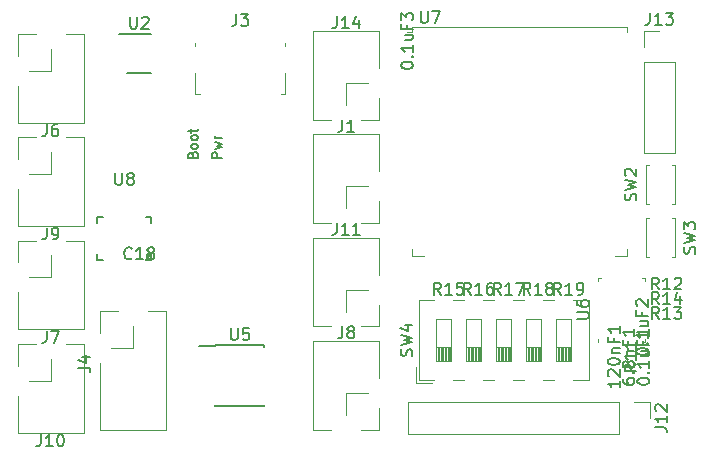
<source format=gbr>
G04 #@! TF.GenerationSoftware,KiCad,Pcbnew,5.1.0-060a0da~80~ubuntu18.04.1*
G04 #@! TF.CreationDate,2019-06-10T00:34:36+02:00*
G04 #@! TF.ProjectId,TinyFPGA-BX,54696e79-4650-4474-912d-42582e6b6963,rev?*
G04 #@! TF.SameCoordinates,Original*
G04 #@! TF.FileFunction,Legend,Top*
G04 #@! TF.FilePolarity,Positive*
%FSLAX46Y46*%
G04 Gerber Fmt 4.6, Leading zero omitted, Abs format (unit mm)*
G04 Created by KiCad (PCBNEW 5.1.0-060a0da~80~ubuntu18.04.1) date 2019-06-10 00:34:36*
%MOMM*%
%LPD*%
G04 APERTURE LIST*
%ADD10C,0.200000*%
%ADD11C,0.120000*%
%ADD12C,0.150000*%
G04 APERTURE END LIST*
D10*
X149586904Y-105788023D02*
X148786904Y-105788023D01*
X148786904Y-105483261D01*
X148825000Y-105407071D01*
X148863095Y-105368976D01*
X148939285Y-105330880D01*
X149053571Y-105330880D01*
X149129761Y-105368976D01*
X149167857Y-105407071D01*
X149205952Y-105483261D01*
X149205952Y-105788023D01*
X149053571Y-105064214D02*
X149586904Y-104911833D01*
X149205952Y-104759452D01*
X149586904Y-104607071D01*
X149053571Y-104454690D01*
X149586904Y-104149928D02*
X149053571Y-104149928D01*
X149205952Y-104149928D02*
X149129761Y-104111833D01*
X149091666Y-104073738D01*
X149053571Y-103997547D01*
X149053571Y-103921357D01*
X147135857Y-105521357D02*
X147173952Y-105407071D01*
X147212047Y-105368976D01*
X147288238Y-105330880D01*
X147402523Y-105330880D01*
X147478714Y-105368976D01*
X147516809Y-105407071D01*
X147554904Y-105483261D01*
X147554904Y-105788023D01*
X146754904Y-105788023D01*
X146754904Y-105521357D01*
X146793000Y-105445166D01*
X146831095Y-105407071D01*
X146907285Y-105368976D01*
X146983476Y-105368976D01*
X147059666Y-105407071D01*
X147097761Y-105445166D01*
X147135857Y-105521357D01*
X147135857Y-105788023D01*
X147554904Y-104873738D02*
X147516809Y-104949928D01*
X147478714Y-104988023D01*
X147402523Y-105026119D01*
X147173952Y-105026119D01*
X147097761Y-104988023D01*
X147059666Y-104949928D01*
X147021571Y-104873738D01*
X147021571Y-104759452D01*
X147059666Y-104683261D01*
X147097761Y-104645166D01*
X147173952Y-104607071D01*
X147402523Y-104607071D01*
X147478714Y-104645166D01*
X147516809Y-104683261D01*
X147554904Y-104759452D01*
X147554904Y-104873738D01*
X147554904Y-104149928D02*
X147516809Y-104226119D01*
X147478714Y-104264214D01*
X147402523Y-104302309D01*
X147173952Y-104302309D01*
X147097761Y-104264214D01*
X147059666Y-104226119D01*
X147021571Y-104149928D01*
X147021571Y-104035642D01*
X147059666Y-103959452D01*
X147097761Y-103921357D01*
X147173952Y-103883261D01*
X147402523Y-103883261D01*
X147478714Y-103921357D01*
X147516809Y-103959452D01*
X147554904Y-104035642D01*
X147554904Y-104149928D01*
X147021571Y-103654690D02*
X147021571Y-103349928D01*
X146754904Y-103540404D02*
X147440619Y-103540404D01*
X147516809Y-103502309D01*
X147554904Y-103426119D01*
X147554904Y-103349928D01*
D11*
X162930000Y-120064000D02*
X161400000Y-120064000D01*
X162930000Y-118219000D02*
X162930000Y-120064000D01*
X160130000Y-116949000D02*
X162000000Y-116949000D01*
X160130000Y-118819000D02*
X160130000Y-116949000D01*
X158860000Y-120064000D02*
X157330000Y-120064000D01*
X157330000Y-120064000D02*
X157330000Y-112564000D01*
X162930000Y-112564000D02*
X157330000Y-112564000D01*
X162930000Y-115679000D02*
X162930000Y-112564000D01*
X147360000Y-100414000D02*
X147740000Y-100414000D01*
X147360000Y-96364000D02*
X147360000Y-96104000D01*
X147360000Y-100414000D02*
X147360000Y-98644000D01*
X154980000Y-100414000D02*
X154600000Y-100414000D01*
X154980000Y-98644000D02*
X154980000Y-100414000D01*
X154980000Y-96104000D02*
X154980000Y-96364000D01*
D12*
X149061000Y-121683100D02*
X149061000Y-121733100D01*
X153211000Y-121683100D02*
X153211000Y-121828100D01*
X153211000Y-126833100D02*
X153211000Y-126688100D01*
X149061000Y-126833100D02*
X149061000Y-126688100D01*
X149061000Y-121683100D02*
X153211000Y-121683100D01*
X149061000Y-126833100D02*
X153211000Y-126833100D01*
X149061000Y-121733100D02*
X147661000Y-121733100D01*
D11*
X165393000Y-126484000D02*
X165393000Y-129144000D01*
X183233000Y-126484000D02*
X165393000Y-126484000D01*
X183233000Y-129144000D02*
X165393000Y-129144000D01*
X183233000Y-126484000D02*
X183233000Y-129144000D01*
X184503000Y-126484000D02*
X185833000Y-126484000D01*
X185833000Y-126484000D02*
X185833000Y-127814000D01*
X185336000Y-105351000D02*
X187996000Y-105351000D01*
X185336000Y-97671000D02*
X185336000Y-105351000D01*
X187996000Y-97671000D02*
X187996000Y-105351000D01*
X185336000Y-97671000D02*
X187996000Y-97671000D01*
X185336000Y-96401000D02*
X185336000Y-95071000D01*
X185336000Y-95071000D02*
X186666000Y-95071000D01*
X185553000Y-106414000D02*
X185753000Y-106414000D01*
X185553000Y-109714000D02*
X185553000Y-106414000D01*
X185753000Y-109714000D02*
X185553000Y-109714000D01*
X187953000Y-106414000D02*
X187753000Y-106414000D01*
X187953000Y-109714000D02*
X187953000Y-106414000D01*
X187753000Y-109714000D02*
X187953000Y-109714000D01*
X185753000Y-110914000D02*
X185553000Y-110914000D01*
X185553000Y-110914000D02*
X185553000Y-114214000D01*
X185553000Y-114214000D02*
X185753000Y-114214000D01*
X187753000Y-110914000D02*
X187953000Y-110914000D01*
X187953000Y-110914000D02*
X187953000Y-114214000D01*
X187953000Y-114214000D02*
X187753000Y-114214000D01*
X166296000Y-124631000D02*
X166296000Y-117811000D01*
X180677000Y-124631000D02*
X180677000Y-117811000D01*
X166296000Y-124631000D02*
X167606000Y-124631000D01*
X169206000Y-124631000D02*
X170146000Y-124631000D01*
X171746000Y-124631000D02*
X172686000Y-124631000D01*
X174286000Y-124631000D02*
X175226000Y-124631000D01*
X176826000Y-124631000D02*
X177766000Y-124631000D01*
X179366000Y-124631000D02*
X180677000Y-124631000D01*
X179366000Y-117811000D02*
X180677000Y-117811000D01*
X176826000Y-117811000D02*
X177766000Y-117811000D01*
X174286000Y-117811000D02*
X175226000Y-117811000D01*
X171746000Y-117811000D02*
X172686000Y-117811000D01*
X166296000Y-117811000D02*
X167606000Y-117811000D01*
X169206000Y-117811000D02*
X170146000Y-117811000D01*
X166056000Y-124871000D02*
X166056000Y-123488000D01*
X166056000Y-124871000D02*
X167439000Y-124871000D01*
X167771000Y-123031000D02*
X169041000Y-123031000D01*
X169041000Y-123031000D02*
X169041000Y-119411000D01*
X169041000Y-119411000D02*
X167771000Y-119411000D01*
X167771000Y-119411000D02*
X167771000Y-123031000D01*
X167891000Y-123031000D02*
X167891000Y-121824333D01*
X168011000Y-123031000D02*
X168011000Y-121824333D01*
X168131000Y-123031000D02*
X168131000Y-121824333D01*
X168251000Y-123031000D02*
X168251000Y-121824333D01*
X168371000Y-123031000D02*
X168371000Y-121824333D01*
X168491000Y-123031000D02*
X168491000Y-121824333D01*
X168611000Y-123031000D02*
X168611000Y-121824333D01*
X168731000Y-123031000D02*
X168731000Y-121824333D01*
X168851000Y-123031000D02*
X168851000Y-121824333D01*
X168971000Y-123031000D02*
X168971000Y-121824333D01*
X167771000Y-121824333D02*
X169041000Y-121824333D01*
X170311000Y-123031000D02*
X171581000Y-123031000D01*
X171581000Y-123031000D02*
X171581000Y-119411000D01*
X171581000Y-119411000D02*
X170311000Y-119411000D01*
X170311000Y-119411000D02*
X170311000Y-123031000D01*
X170431000Y-123031000D02*
X170431000Y-121824333D01*
X170551000Y-123031000D02*
X170551000Y-121824333D01*
X170671000Y-123031000D02*
X170671000Y-121824333D01*
X170791000Y-123031000D02*
X170791000Y-121824333D01*
X170911000Y-123031000D02*
X170911000Y-121824333D01*
X171031000Y-123031000D02*
X171031000Y-121824333D01*
X171151000Y-123031000D02*
X171151000Y-121824333D01*
X171271000Y-123031000D02*
X171271000Y-121824333D01*
X171391000Y-123031000D02*
X171391000Y-121824333D01*
X171511000Y-123031000D02*
X171511000Y-121824333D01*
X170311000Y-121824333D02*
X171581000Y-121824333D01*
X172851000Y-123031000D02*
X174121000Y-123031000D01*
X174121000Y-123031000D02*
X174121000Y-119411000D01*
X174121000Y-119411000D02*
X172851000Y-119411000D01*
X172851000Y-119411000D02*
X172851000Y-123031000D01*
X172971000Y-123031000D02*
X172971000Y-121824333D01*
X173091000Y-123031000D02*
X173091000Y-121824333D01*
X173211000Y-123031000D02*
X173211000Y-121824333D01*
X173331000Y-123031000D02*
X173331000Y-121824333D01*
X173451000Y-123031000D02*
X173451000Y-121824333D01*
X173571000Y-123031000D02*
X173571000Y-121824333D01*
X173691000Y-123031000D02*
X173691000Y-121824333D01*
X173811000Y-123031000D02*
X173811000Y-121824333D01*
X173931000Y-123031000D02*
X173931000Y-121824333D01*
X174051000Y-123031000D02*
X174051000Y-121824333D01*
X172851000Y-121824333D02*
X174121000Y-121824333D01*
X175391000Y-123031000D02*
X176661000Y-123031000D01*
X176661000Y-123031000D02*
X176661000Y-119411000D01*
X176661000Y-119411000D02*
X175391000Y-119411000D01*
X175391000Y-119411000D02*
X175391000Y-123031000D01*
X175511000Y-123031000D02*
X175511000Y-121824333D01*
X175631000Y-123031000D02*
X175631000Y-121824333D01*
X175751000Y-123031000D02*
X175751000Y-121824333D01*
X175871000Y-123031000D02*
X175871000Y-121824333D01*
X175991000Y-123031000D02*
X175991000Y-121824333D01*
X176111000Y-123031000D02*
X176111000Y-121824333D01*
X176231000Y-123031000D02*
X176231000Y-121824333D01*
X176351000Y-123031000D02*
X176351000Y-121824333D01*
X176471000Y-123031000D02*
X176471000Y-121824333D01*
X176591000Y-123031000D02*
X176591000Y-121824333D01*
X175391000Y-121824333D02*
X176661000Y-121824333D01*
X177931000Y-123031000D02*
X179201000Y-123031000D01*
X179201000Y-123031000D02*
X179201000Y-119411000D01*
X179201000Y-119411000D02*
X177931000Y-119411000D01*
X177931000Y-119411000D02*
X177931000Y-123031000D01*
X178051000Y-123031000D02*
X178051000Y-121824333D01*
X178171000Y-123031000D02*
X178171000Y-121824333D01*
X178291000Y-123031000D02*
X178291000Y-121824333D01*
X178411000Y-123031000D02*
X178411000Y-121824333D01*
X178531000Y-123031000D02*
X178531000Y-121824333D01*
X178651000Y-123031000D02*
X178651000Y-121824333D01*
X178771000Y-123031000D02*
X178771000Y-121824333D01*
X178891000Y-123031000D02*
X178891000Y-121824333D01*
X179011000Y-123031000D02*
X179011000Y-121824333D01*
X179131000Y-123031000D02*
X179131000Y-121824333D01*
X177931000Y-121824333D02*
X179201000Y-121824333D01*
D12*
X141585000Y-98624000D02*
X143635000Y-98624000D01*
X140880000Y-95324000D02*
X143635000Y-95324000D01*
D11*
X181456000Y-115941000D02*
X181716000Y-115941000D01*
X181456000Y-115941000D02*
X181456000Y-116201000D01*
X185476000Y-115941000D02*
X185216000Y-115941000D01*
X185476000Y-115941000D02*
X185476000Y-116201000D01*
X181456000Y-121361000D02*
X181456000Y-121101000D01*
X185476000Y-121361000D02*
X185216000Y-121361000D01*
X185476000Y-121361000D02*
X185476000Y-121101000D01*
X132328000Y-99699000D02*
X132328000Y-102814000D01*
X132328000Y-102814000D02*
X137928000Y-102814000D01*
X137928000Y-95314000D02*
X137928000Y-102814000D01*
X136398000Y-95314000D02*
X137928000Y-95314000D01*
X135128000Y-96559000D02*
X135128000Y-98429000D01*
X135128000Y-98429000D02*
X133258000Y-98429000D01*
X132328000Y-97159000D02*
X132328000Y-95314000D01*
X132328000Y-95314000D02*
X133858000Y-95314000D01*
X132330000Y-117199000D02*
X132330000Y-120314000D01*
X132330000Y-120314000D02*
X137930000Y-120314000D01*
X137930000Y-112814000D02*
X137930000Y-120314000D01*
X136400000Y-112814000D02*
X137930000Y-112814000D01*
X135130000Y-114059000D02*
X135130000Y-115929000D01*
X135130000Y-115929000D02*
X133260000Y-115929000D01*
X132330000Y-114659000D02*
X132330000Y-112814000D01*
X132330000Y-112814000D02*
X133860000Y-112814000D01*
X162930000Y-124429000D02*
X162930000Y-121314000D01*
X162930000Y-121314000D02*
X157330000Y-121314000D01*
X157330000Y-128814000D02*
X157330000Y-121314000D01*
X158860000Y-128814000D02*
X157330000Y-128814000D01*
X160130000Y-127569000D02*
X160130000Y-125699000D01*
X160130000Y-125699000D02*
X162000000Y-125699000D01*
X162930000Y-126969000D02*
X162930000Y-128814000D01*
X162930000Y-128814000D02*
X161400000Y-128814000D01*
X132330000Y-104064000D02*
X133860000Y-104064000D01*
X132330000Y-105909000D02*
X132330000Y-104064000D01*
X135130000Y-107179000D02*
X133260000Y-107179000D01*
X135130000Y-105309000D02*
X135130000Y-107179000D01*
X136400000Y-104064000D02*
X137930000Y-104064000D01*
X137930000Y-104064000D02*
X137930000Y-111564000D01*
X132330000Y-111564000D02*
X137930000Y-111564000D01*
X132330000Y-108449000D02*
X132330000Y-111564000D01*
X132330000Y-121564000D02*
X133860000Y-121564000D01*
X132330000Y-123409000D02*
X132330000Y-121564000D01*
X135130000Y-124679000D02*
X133260000Y-124679000D01*
X135130000Y-122809000D02*
X135130000Y-124679000D01*
X136400000Y-121564000D02*
X137930000Y-121564000D01*
X137930000Y-121564000D02*
X137930000Y-129064000D01*
X132330000Y-129064000D02*
X137930000Y-129064000D01*
X132330000Y-125949000D02*
X132330000Y-129064000D01*
X162930000Y-111314000D02*
X161400000Y-111314000D01*
X162930000Y-109469000D02*
X162930000Y-111314000D01*
X160130000Y-108199000D02*
X162000000Y-108199000D01*
X160130000Y-110069000D02*
X160130000Y-108199000D01*
X158860000Y-111314000D02*
X157330000Y-111314000D01*
X157330000Y-111314000D02*
X157330000Y-103814000D01*
X162930000Y-103814000D02*
X157330000Y-103814000D01*
X162930000Y-106929000D02*
X162930000Y-103814000D01*
X162930000Y-98179000D02*
X162930000Y-95064000D01*
X162930000Y-95064000D02*
X157330000Y-95064000D01*
X157330000Y-102564000D02*
X157330000Y-95064000D01*
X158860000Y-102564000D02*
X157330000Y-102564000D01*
X160130000Y-101319000D02*
X160130000Y-99449000D01*
X160130000Y-99449000D02*
X162000000Y-99449000D01*
X162930000Y-100719000D02*
X162930000Y-102564000D01*
X162930000Y-102564000D02*
X161400000Y-102564000D01*
X165686000Y-113531000D02*
X165686000Y-114151000D01*
X165686000Y-114151000D02*
X166686000Y-114151000D01*
X183926000Y-113531000D02*
X183926000Y-114151000D01*
X183926000Y-114151000D02*
X182926000Y-114151000D01*
X165686000Y-94711000D02*
X183926000Y-94711000D01*
X183926000Y-94711000D02*
X183926000Y-95131000D01*
X165686000Y-94711000D02*
X165686000Y-95131000D01*
X165686000Y-95131000D02*
X165306000Y-95131000D01*
X139313000Y-123190000D02*
X139313000Y-128875000D01*
X139313000Y-128875000D02*
X144913000Y-128875000D01*
X144913000Y-118775000D02*
X144913000Y-128875000D01*
X143383000Y-118775000D02*
X144913000Y-118775000D01*
X142113000Y-120050000D02*
X142113000Y-121920000D01*
X142113000Y-121920000D02*
X140243000Y-121920000D01*
X139313000Y-120650000D02*
X139313000Y-118775000D01*
X139313000Y-118775000D02*
X140843000Y-118775000D01*
D12*
X143651000Y-114449000D02*
X143151000Y-114449000D01*
X143651000Y-113949000D02*
X143651000Y-114449000D01*
X139051000Y-114449000D02*
X139551000Y-114449000D01*
X139051000Y-114449000D02*
X139051000Y-113949000D01*
X139051000Y-110849000D02*
X139051000Y-111349000D01*
X139051000Y-110849000D02*
X139551000Y-110849000D01*
X143651000Y-110849000D02*
X143151000Y-110849000D01*
X143651000Y-110849000D02*
X143651000Y-111349000D01*
X143651000Y-113949000D02*
X143151000Y-114449000D01*
X159340476Y-111321380D02*
X159340476Y-112035666D01*
X159292857Y-112178523D01*
X159197619Y-112273761D01*
X159054761Y-112321380D01*
X158959523Y-112321380D01*
X160340476Y-112321380D02*
X159769047Y-112321380D01*
X160054761Y-112321380D02*
X160054761Y-111321380D01*
X159959523Y-111464238D01*
X159864285Y-111559476D01*
X159769047Y-111607095D01*
X161292857Y-112321380D02*
X160721428Y-112321380D01*
X161007142Y-112321380D02*
X161007142Y-111321380D01*
X160911904Y-111464238D01*
X160816666Y-111559476D01*
X160721428Y-111607095D01*
X150836666Y-93606380D02*
X150836666Y-94320666D01*
X150789047Y-94463523D01*
X150693809Y-94558761D01*
X150550952Y-94606380D01*
X150455714Y-94606380D01*
X151217619Y-93606380D02*
X151836666Y-93606380D01*
X151503333Y-93987333D01*
X151646190Y-93987333D01*
X151741428Y-94034952D01*
X151789047Y-94082571D01*
X151836666Y-94177809D01*
X151836666Y-94415904D01*
X151789047Y-94511142D01*
X151741428Y-94558761D01*
X151646190Y-94606380D01*
X151360476Y-94606380D01*
X151265238Y-94558761D01*
X151217619Y-94511142D01*
X150374095Y-120210480D02*
X150374095Y-121020004D01*
X150421714Y-121115242D01*
X150469333Y-121162861D01*
X150564571Y-121210480D01*
X150755047Y-121210480D01*
X150850285Y-121162861D01*
X150897904Y-121115242D01*
X150945523Y-121020004D01*
X150945523Y-120210480D01*
X151897904Y-120210480D02*
X151421714Y-120210480D01*
X151374095Y-120686671D01*
X151421714Y-120639052D01*
X151516952Y-120591433D01*
X151755047Y-120591433D01*
X151850285Y-120639052D01*
X151897904Y-120686671D01*
X151945523Y-120781909D01*
X151945523Y-121020004D01*
X151897904Y-121115242D01*
X151850285Y-121162861D01*
X151755047Y-121210480D01*
X151516952Y-121210480D01*
X151421714Y-121162861D01*
X151374095Y-121115242D01*
X184798380Y-124760047D02*
X184798380Y-124664809D01*
X184846000Y-124569571D01*
X184893619Y-124521952D01*
X184988857Y-124474333D01*
X185179333Y-124426714D01*
X185417428Y-124426714D01*
X185607904Y-124474333D01*
X185703142Y-124521952D01*
X185750761Y-124569571D01*
X185798380Y-124664809D01*
X185798380Y-124760047D01*
X185750761Y-124855285D01*
X185703142Y-124902904D01*
X185607904Y-124950523D01*
X185417428Y-124998142D01*
X185179333Y-124998142D01*
X184988857Y-124950523D01*
X184893619Y-124902904D01*
X184846000Y-124855285D01*
X184798380Y-124760047D01*
X185703142Y-123998142D02*
X185750761Y-123950523D01*
X185798380Y-123998142D01*
X185750761Y-124045761D01*
X185703142Y-123998142D01*
X185798380Y-123998142D01*
X185798380Y-122998142D02*
X185798380Y-123569571D01*
X185798380Y-123283857D02*
X184798380Y-123283857D01*
X184941238Y-123379095D01*
X185036476Y-123474333D01*
X185084095Y-123569571D01*
X185131714Y-122141000D02*
X185798380Y-122141000D01*
X185131714Y-122569571D02*
X185655523Y-122569571D01*
X185750761Y-122521952D01*
X185798380Y-122426714D01*
X185798380Y-122283857D01*
X185750761Y-122188619D01*
X185703142Y-122141000D01*
X185274571Y-121331476D02*
X185274571Y-121664809D01*
X185798380Y-121664809D02*
X184798380Y-121664809D01*
X184798380Y-121188619D01*
X185798380Y-120283857D02*
X185798380Y-120855285D01*
X185798380Y-120569571D02*
X184798380Y-120569571D01*
X184941238Y-120664809D01*
X185036476Y-120760047D01*
X185084095Y-120855285D01*
X184708380Y-122245047D02*
X184708380Y-122149809D01*
X184756000Y-122054571D01*
X184803619Y-122006952D01*
X184898857Y-121959333D01*
X185089333Y-121911714D01*
X185327428Y-121911714D01*
X185517904Y-121959333D01*
X185613142Y-122006952D01*
X185660761Y-122054571D01*
X185708380Y-122149809D01*
X185708380Y-122245047D01*
X185660761Y-122340285D01*
X185613142Y-122387904D01*
X185517904Y-122435523D01*
X185327428Y-122483142D01*
X185089333Y-122483142D01*
X184898857Y-122435523D01*
X184803619Y-122387904D01*
X184756000Y-122340285D01*
X184708380Y-122245047D01*
X185613142Y-121483142D02*
X185660761Y-121435523D01*
X185708380Y-121483142D01*
X185660761Y-121530761D01*
X185613142Y-121483142D01*
X185708380Y-121483142D01*
X185708380Y-120483142D02*
X185708380Y-121054571D01*
X185708380Y-120768857D02*
X184708380Y-120768857D01*
X184851238Y-120864095D01*
X184946476Y-120959333D01*
X184994095Y-121054571D01*
X185041714Y-119626000D02*
X185708380Y-119626000D01*
X185041714Y-120054571D02*
X185565523Y-120054571D01*
X185660761Y-120006952D01*
X185708380Y-119911714D01*
X185708380Y-119768857D01*
X185660761Y-119673619D01*
X185613142Y-119626000D01*
X185184571Y-118816476D02*
X185184571Y-119149809D01*
X185708380Y-119149809D02*
X184708380Y-119149809D01*
X184708380Y-118673619D01*
X184803619Y-118340285D02*
X184756000Y-118292666D01*
X184708380Y-118197428D01*
X184708380Y-117959333D01*
X184756000Y-117864095D01*
X184803619Y-117816476D01*
X184898857Y-117768857D01*
X184994095Y-117768857D01*
X185136952Y-117816476D01*
X185708380Y-118387904D01*
X185708380Y-117768857D01*
X164798380Y-98010047D02*
X164798380Y-97914809D01*
X164846000Y-97819571D01*
X164893619Y-97771952D01*
X164988857Y-97724333D01*
X165179333Y-97676714D01*
X165417428Y-97676714D01*
X165607904Y-97724333D01*
X165703142Y-97771952D01*
X165750761Y-97819571D01*
X165798380Y-97914809D01*
X165798380Y-98010047D01*
X165750761Y-98105285D01*
X165703142Y-98152904D01*
X165607904Y-98200523D01*
X165417428Y-98248142D01*
X165179333Y-98248142D01*
X164988857Y-98200523D01*
X164893619Y-98152904D01*
X164846000Y-98105285D01*
X164798380Y-98010047D01*
X165703142Y-97248142D02*
X165750761Y-97200523D01*
X165798380Y-97248142D01*
X165750761Y-97295761D01*
X165703142Y-97248142D01*
X165798380Y-97248142D01*
X165798380Y-96248142D02*
X165798380Y-96819571D01*
X165798380Y-96533857D02*
X164798380Y-96533857D01*
X164941238Y-96629095D01*
X165036476Y-96724333D01*
X165084095Y-96819571D01*
X165131714Y-95391000D02*
X165798380Y-95391000D01*
X165131714Y-95819571D02*
X165655523Y-95819571D01*
X165750761Y-95771952D01*
X165798380Y-95676714D01*
X165798380Y-95533857D01*
X165750761Y-95438619D01*
X165703142Y-95391000D01*
X165274571Y-94581476D02*
X165274571Y-94914809D01*
X165798380Y-94914809D02*
X164798380Y-94914809D01*
X164798380Y-94438619D01*
X164798380Y-94152904D02*
X164798380Y-93533857D01*
X165179333Y-93867190D01*
X165179333Y-93724333D01*
X165226952Y-93629095D01*
X165274571Y-93581476D01*
X165369809Y-93533857D01*
X165607904Y-93533857D01*
X165703142Y-93581476D01*
X165750761Y-93629095D01*
X165798380Y-93724333D01*
X165798380Y-94010047D01*
X165750761Y-94105285D01*
X165703142Y-94152904D01*
X183298380Y-124664809D02*
X183298380Y-125236238D01*
X183298380Y-124950523D02*
X182298380Y-124950523D01*
X182441238Y-125045761D01*
X182536476Y-125141000D01*
X182584095Y-125236238D01*
X182393619Y-124283857D02*
X182346000Y-124236238D01*
X182298380Y-124141000D01*
X182298380Y-123902904D01*
X182346000Y-123807666D01*
X182393619Y-123760047D01*
X182488857Y-123712428D01*
X182584095Y-123712428D01*
X182726952Y-123760047D01*
X183298380Y-124331476D01*
X183298380Y-123712428D01*
X182298380Y-123093380D02*
X182298380Y-122998142D01*
X182346000Y-122902904D01*
X182393619Y-122855285D01*
X182488857Y-122807666D01*
X182679333Y-122760047D01*
X182917428Y-122760047D01*
X183107904Y-122807666D01*
X183203142Y-122855285D01*
X183250761Y-122902904D01*
X183298380Y-122998142D01*
X183298380Y-123093380D01*
X183250761Y-123188619D01*
X183203142Y-123236238D01*
X183107904Y-123283857D01*
X182917428Y-123331476D01*
X182679333Y-123331476D01*
X182488857Y-123283857D01*
X182393619Y-123236238D01*
X182346000Y-123188619D01*
X182298380Y-123093380D01*
X182631714Y-122331476D02*
X183298380Y-122331476D01*
X182726952Y-122331476D02*
X182679333Y-122283857D01*
X182631714Y-122188619D01*
X182631714Y-122045761D01*
X182679333Y-121950523D01*
X182774571Y-121902904D01*
X183298380Y-121902904D01*
X182774571Y-121093380D02*
X182774571Y-121426714D01*
X183298380Y-121426714D02*
X182298380Y-121426714D01*
X182298380Y-120950523D01*
X183298380Y-120045761D02*
X183298380Y-120617190D01*
X183298380Y-120331476D02*
X182298380Y-120331476D01*
X182441238Y-120426714D01*
X182536476Y-120521952D01*
X182584095Y-120617190D01*
X183548380Y-124521952D02*
X183548380Y-124712428D01*
X183596000Y-124807666D01*
X183643619Y-124855285D01*
X183786476Y-124950523D01*
X183976952Y-124998142D01*
X184357904Y-124998142D01*
X184453142Y-124950523D01*
X184500761Y-124902904D01*
X184548380Y-124807666D01*
X184548380Y-124617190D01*
X184500761Y-124521952D01*
X184453142Y-124474333D01*
X184357904Y-124426714D01*
X184119809Y-124426714D01*
X184024571Y-124474333D01*
X183976952Y-124521952D01*
X183929333Y-124617190D01*
X183929333Y-124807666D01*
X183976952Y-124902904D01*
X184024571Y-124950523D01*
X184119809Y-124998142D01*
X184453142Y-123998142D02*
X184500761Y-123950523D01*
X184548380Y-123998142D01*
X184500761Y-124045761D01*
X184453142Y-123998142D01*
X184548380Y-123998142D01*
X183976952Y-123379095D02*
X183929333Y-123474333D01*
X183881714Y-123521952D01*
X183786476Y-123569571D01*
X183738857Y-123569571D01*
X183643619Y-123521952D01*
X183596000Y-123474333D01*
X183548380Y-123379095D01*
X183548380Y-123188619D01*
X183596000Y-123093380D01*
X183643619Y-123045761D01*
X183738857Y-122998142D01*
X183786476Y-122998142D01*
X183881714Y-123045761D01*
X183929333Y-123093380D01*
X183976952Y-123188619D01*
X183976952Y-123379095D01*
X184024571Y-123474333D01*
X184072190Y-123521952D01*
X184167428Y-123569571D01*
X184357904Y-123569571D01*
X184453142Y-123521952D01*
X184500761Y-123474333D01*
X184548380Y-123379095D01*
X184548380Y-123188619D01*
X184500761Y-123093380D01*
X184453142Y-123045761D01*
X184357904Y-122998142D01*
X184167428Y-122998142D01*
X184072190Y-123045761D01*
X184024571Y-123093380D01*
X183976952Y-123188619D01*
X183881714Y-122569571D02*
X184548380Y-122569571D01*
X183976952Y-122569571D02*
X183929333Y-122521952D01*
X183881714Y-122426714D01*
X183881714Y-122283857D01*
X183929333Y-122188619D01*
X184024571Y-122141000D01*
X184548380Y-122141000D01*
X184024571Y-121331476D02*
X184024571Y-121664809D01*
X184548380Y-121664809D02*
X183548380Y-121664809D01*
X183548380Y-121188619D01*
X184548380Y-120283857D02*
X184548380Y-120855285D01*
X184548380Y-120569571D02*
X183548380Y-120569571D01*
X183691238Y-120664809D01*
X183786476Y-120760047D01*
X183834095Y-120855285D01*
X186285380Y-128623523D02*
X186999666Y-128623523D01*
X187142523Y-128671142D01*
X187237761Y-128766380D01*
X187285380Y-128909238D01*
X187285380Y-129004476D01*
X187285380Y-127623523D02*
X187285380Y-128194952D01*
X187285380Y-127909238D02*
X186285380Y-127909238D01*
X186428238Y-128004476D01*
X186523476Y-128099714D01*
X186571095Y-128194952D01*
X186380619Y-127242571D02*
X186333000Y-127194952D01*
X186285380Y-127099714D01*
X186285380Y-126861619D01*
X186333000Y-126766380D01*
X186380619Y-126718761D01*
X186475857Y-126671142D01*
X186571095Y-126671142D01*
X186713952Y-126718761D01*
X187285380Y-127290190D01*
X187285380Y-126671142D01*
X185856476Y-93523380D02*
X185856476Y-94237666D01*
X185808857Y-94380523D01*
X185713619Y-94475761D01*
X185570761Y-94523380D01*
X185475523Y-94523380D01*
X186856476Y-94523380D02*
X186285047Y-94523380D01*
X186570761Y-94523380D02*
X186570761Y-93523380D01*
X186475523Y-93666238D01*
X186380285Y-93761476D01*
X186285047Y-93809095D01*
X187189809Y-93523380D02*
X187808857Y-93523380D01*
X187475523Y-93904333D01*
X187618380Y-93904333D01*
X187713619Y-93951952D01*
X187761238Y-93999571D01*
X187808857Y-94094809D01*
X187808857Y-94332904D01*
X187761238Y-94428142D01*
X187713619Y-94475761D01*
X187618380Y-94523380D01*
X187332666Y-94523380D01*
X187237428Y-94475761D01*
X187189809Y-94428142D01*
X184708380Y-123283857D02*
X184232190Y-123617190D01*
X184708380Y-123855285D02*
X183708380Y-123855285D01*
X183708380Y-123474333D01*
X183756000Y-123379095D01*
X183803619Y-123331476D01*
X183898857Y-123283857D01*
X184041714Y-123283857D01*
X184136952Y-123331476D01*
X184184571Y-123379095D01*
X184232190Y-123474333D01*
X184232190Y-123855285D01*
X184708380Y-122331476D02*
X184708380Y-122902904D01*
X184708380Y-122617190D02*
X183708380Y-122617190D01*
X183851238Y-122712428D01*
X183946476Y-122807666D01*
X183994095Y-122902904D01*
X184708380Y-121379095D02*
X184708380Y-121950523D01*
X184708380Y-121664809D02*
X183708380Y-121664809D01*
X183851238Y-121760047D01*
X183946476Y-121855285D01*
X183994095Y-121950523D01*
X186610142Y-116936380D02*
X186276809Y-116460190D01*
X186038714Y-116936380D02*
X186038714Y-115936380D01*
X186419666Y-115936380D01*
X186514904Y-115984000D01*
X186562523Y-116031619D01*
X186610142Y-116126857D01*
X186610142Y-116269714D01*
X186562523Y-116364952D01*
X186514904Y-116412571D01*
X186419666Y-116460190D01*
X186038714Y-116460190D01*
X187562523Y-116936380D02*
X186991095Y-116936380D01*
X187276809Y-116936380D02*
X187276809Y-115936380D01*
X187181571Y-116079238D01*
X187086333Y-116174476D01*
X186991095Y-116222095D01*
X187943476Y-116031619D02*
X187991095Y-115984000D01*
X188086333Y-115936380D01*
X188324428Y-115936380D01*
X188419666Y-115984000D01*
X188467285Y-116031619D01*
X188514904Y-116126857D01*
X188514904Y-116222095D01*
X188467285Y-116364952D01*
X187895857Y-116936380D01*
X188514904Y-116936380D01*
X186610142Y-119436380D02*
X186276809Y-118960190D01*
X186038714Y-119436380D02*
X186038714Y-118436380D01*
X186419666Y-118436380D01*
X186514904Y-118484000D01*
X186562523Y-118531619D01*
X186610142Y-118626857D01*
X186610142Y-118769714D01*
X186562523Y-118864952D01*
X186514904Y-118912571D01*
X186419666Y-118960190D01*
X186038714Y-118960190D01*
X187562523Y-119436380D02*
X186991095Y-119436380D01*
X187276809Y-119436380D02*
X187276809Y-118436380D01*
X187181571Y-118579238D01*
X187086333Y-118674476D01*
X186991095Y-118722095D01*
X187895857Y-118436380D02*
X188514904Y-118436380D01*
X188181571Y-118817333D01*
X188324428Y-118817333D01*
X188419666Y-118864952D01*
X188467285Y-118912571D01*
X188514904Y-119007809D01*
X188514904Y-119245904D01*
X188467285Y-119341142D01*
X188419666Y-119388761D01*
X188324428Y-119436380D01*
X188038714Y-119436380D01*
X187943476Y-119388761D01*
X187895857Y-119341142D01*
X186610142Y-118186380D02*
X186276809Y-117710190D01*
X186038714Y-118186380D02*
X186038714Y-117186380D01*
X186419666Y-117186380D01*
X186514904Y-117234000D01*
X186562523Y-117281619D01*
X186610142Y-117376857D01*
X186610142Y-117519714D01*
X186562523Y-117614952D01*
X186514904Y-117662571D01*
X186419666Y-117710190D01*
X186038714Y-117710190D01*
X187562523Y-118186380D02*
X186991095Y-118186380D01*
X187276809Y-118186380D02*
X187276809Y-117186380D01*
X187181571Y-117329238D01*
X187086333Y-117424476D01*
X186991095Y-117472095D01*
X188419666Y-117519714D02*
X188419666Y-118186380D01*
X188181571Y-117138761D02*
X187943476Y-117853047D01*
X188562523Y-117853047D01*
X168153142Y-117373380D02*
X167819809Y-116897190D01*
X167581714Y-117373380D02*
X167581714Y-116373380D01*
X167962666Y-116373380D01*
X168057904Y-116421000D01*
X168105523Y-116468619D01*
X168153142Y-116563857D01*
X168153142Y-116706714D01*
X168105523Y-116801952D01*
X168057904Y-116849571D01*
X167962666Y-116897190D01*
X167581714Y-116897190D01*
X169105523Y-117373380D02*
X168534095Y-117373380D01*
X168819809Y-117373380D02*
X168819809Y-116373380D01*
X168724571Y-116516238D01*
X168629333Y-116611476D01*
X168534095Y-116659095D01*
X170010285Y-116373380D02*
X169534095Y-116373380D01*
X169486476Y-116849571D01*
X169534095Y-116801952D01*
X169629333Y-116754333D01*
X169867428Y-116754333D01*
X169962666Y-116801952D01*
X170010285Y-116849571D01*
X170057904Y-116944809D01*
X170057904Y-117182904D01*
X170010285Y-117278142D01*
X169962666Y-117325761D01*
X169867428Y-117373380D01*
X169629333Y-117373380D01*
X169534095Y-117325761D01*
X169486476Y-117278142D01*
X170693142Y-117373380D02*
X170359809Y-116897190D01*
X170121714Y-117373380D02*
X170121714Y-116373380D01*
X170502666Y-116373380D01*
X170597904Y-116421000D01*
X170645523Y-116468619D01*
X170693142Y-116563857D01*
X170693142Y-116706714D01*
X170645523Y-116801952D01*
X170597904Y-116849571D01*
X170502666Y-116897190D01*
X170121714Y-116897190D01*
X171645523Y-117373380D02*
X171074095Y-117373380D01*
X171359809Y-117373380D02*
X171359809Y-116373380D01*
X171264571Y-116516238D01*
X171169333Y-116611476D01*
X171074095Y-116659095D01*
X172502666Y-116373380D02*
X172312190Y-116373380D01*
X172216952Y-116421000D01*
X172169333Y-116468619D01*
X172074095Y-116611476D01*
X172026476Y-116801952D01*
X172026476Y-117182904D01*
X172074095Y-117278142D01*
X172121714Y-117325761D01*
X172216952Y-117373380D01*
X172407428Y-117373380D01*
X172502666Y-117325761D01*
X172550285Y-117278142D01*
X172597904Y-117182904D01*
X172597904Y-116944809D01*
X172550285Y-116849571D01*
X172502666Y-116801952D01*
X172407428Y-116754333D01*
X172216952Y-116754333D01*
X172121714Y-116801952D01*
X172074095Y-116849571D01*
X172026476Y-116944809D01*
X173223142Y-117373380D02*
X172889809Y-116897190D01*
X172651714Y-117373380D02*
X172651714Y-116373380D01*
X173032666Y-116373380D01*
X173127904Y-116421000D01*
X173175523Y-116468619D01*
X173223142Y-116563857D01*
X173223142Y-116706714D01*
X173175523Y-116801952D01*
X173127904Y-116849571D01*
X173032666Y-116897190D01*
X172651714Y-116897190D01*
X174175523Y-117373380D02*
X173604095Y-117373380D01*
X173889809Y-117373380D02*
X173889809Y-116373380D01*
X173794571Y-116516238D01*
X173699333Y-116611476D01*
X173604095Y-116659095D01*
X174508857Y-116373380D02*
X175175523Y-116373380D01*
X174746952Y-117373380D01*
X175743142Y-117383380D02*
X175409809Y-116907190D01*
X175171714Y-117383380D02*
X175171714Y-116383380D01*
X175552666Y-116383380D01*
X175647904Y-116431000D01*
X175695523Y-116478619D01*
X175743142Y-116573857D01*
X175743142Y-116716714D01*
X175695523Y-116811952D01*
X175647904Y-116859571D01*
X175552666Y-116907190D01*
X175171714Y-116907190D01*
X176695523Y-117383380D02*
X176124095Y-117383380D01*
X176409809Y-117383380D02*
X176409809Y-116383380D01*
X176314571Y-116526238D01*
X176219333Y-116621476D01*
X176124095Y-116669095D01*
X177266952Y-116811952D02*
X177171714Y-116764333D01*
X177124095Y-116716714D01*
X177076476Y-116621476D01*
X177076476Y-116573857D01*
X177124095Y-116478619D01*
X177171714Y-116431000D01*
X177266952Y-116383380D01*
X177457428Y-116383380D01*
X177552666Y-116431000D01*
X177600285Y-116478619D01*
X177647904Y-116573857D01*
X177647904Y-116621476D01*
X177600285Y-116716714D01*
X177552666Y-116764333D01*
X177457428Y-116811952D01*
X177266952Y-116811952D01*
X177171714Y-116859571D01*
X177124095Y-116907190D01*
X177076476Y-117002428D01*
X177076476Y-117192904D01*
X177124095Y-117288142D01*
X177171714Y-117335761D01*
X177266952Y-117383380D01*
X177457428Y-117383380D01*
X177552666Y-117335761D01*
X177600285Y-117288142D01*
X177647904Y-117192904D01*
X177647904Y-117002428D01*
X177600285Y-116907190D01*
X177552666Y-116859571D01*
X177457428Y-116811952D01*
X178313142Y-117383380D02*
X177979809Y-116907190D01*
X177741714Y-117383380D02*
X177741714Y-116383380D01*
X178122666Y-116383380D01*
X178217904Y-116431000D01*
X178265523Y-116478619D01*
X178313142Y-116573857D01*
X178313142Y-116716714D01*
X178265523Y-116811952D01*
X178217904Y-116859571D01*
X178122666Y-116907190D01*
X177741714Y-116907190D01*
X179265523Y-117383380D02*
X178694095Y-117383380D01*
X178979809Y-117383380D02*
X178979809Y-116383380D01*
X178884571Y-116526238D01*
X178789333Y-116621476D01*
X178694095Y-116669095D01*
X179741714Y-117383380D02*
X179932190Y-117383380D01*
X180027428Y-117335761D01*
X180075047Y-117288142D01*
X180170285Y-117145285D01*
X180217904Y-116954809D01*
X180217904Y-116573857D01*
X180170285Y-116478619D01*
X180122666Y-116431000D01*
X180027428Y-116383380D01*
X179836952Y-116383380D01*
X179741714Y-116431000D01*
X179694095Y-116478619D01*
X179646476Y-116573857D01*
X179646476Y-116811952D01*
X179694095Y-116907190D01*
X179741714Y-116954809D01*
X179836952Y-117002428D01*
X180027428Y-117002428D01*
X180122666Y-116954809D01*
X180170285Y-116907190D01*
X180217904Y-116811952D01*
X184657761Y-109397333D02*
X184705380Y-109254476D01*
X184705380Y-109016380D01*
X184657761Y-108921142D01*
X184610142Y-108873523D01*
X184514904Y-108825904D01*
X184419666Y-108825904D01*
X184324428Y-108873523D01*
X184276809Y-108921142D01*
X184229190Y-109016380D01*
X184181571Y-109206857D01*
X184133952Y-109302095D01*
X184086333Y-109349714D01*
X183991095Y-109397333D01*
X183895857Y-109397333D01*
X183800619Y-109349714D01*
X183753000Y-109302095D01*
X183705380Y-109206857D01*
X183705380Y-108968761D01*
X183753000Y-108825904D01*
X183705380Y-108492571D02*
X184705380Y-108254476D01*
X183991095Y-108064000D01*
X184705380Y-107873523D01*
X183705380Y-107635428D01*
X183800619Y-107302095D02*
X183753000Y-107254476D01*
X183705380Y-107159238D01*
X183705380Y-106921142D01*
X183753000Y-106825904D01*
X183800619Y-106778285D01*
X183895857Y-106730666D01*
X183991095Y-106730666D01*
X184133952Y-106778285D01*
X184705380Y-107349714D01*
X184705380Y-106730666D01*
X189657761Y-113897333D02*
X189705380Y-113754476D01*
X189705380Y-113516380D01*
X189657761Y-113421142D01*
X189610142Y-113373523D01*
X189514904Y-113325904D01*
X189419666Y-113325904D01*
X189324428Y-113373523D01*
X189276809Y-113421142D01*
X189229190Y-113516380D01*
X189181571Y-113706857D01*
X189133952Y-113802095D01*
X189086333Y-113849714D01*
X188991095Y-113897333D01*
X188895857Y-113897333D01*
X188800619Y-113849714D01*
X188753000Y-113802095D01*
X188705380Y-113706857D01*
X188705380Y-113468761D01*
X188753000Y-113325904D01*
X188705380Y-112992571D02*
X189705380Y-112754476D01*
X188991095Y-112564000D01*
X189705380Y-112373523D01*
X188705380Y-112135428D01*
X188705380Y-111849714D02*
X188705380Y-111230666D01*
X189086333Y-111564000D01*
X189086333Y-111421142D01*
X189133952Y-111325904D01*
X189181571Y-111278285D01*
X189276809Y-111230666D01*
X189514904Y-111230666D01*
X189610142Y-111278285D01*
X189657761Y-111325904D01*
X189705380Y-111421142D01*
X189705380Y-111706857D01*
X189657761Y-111802095D01*
X189610142Y-111849714D01*
X165700761Y-122554333D02*
X165748380Y-122411476D01*
X165748380Y-122173380D01*
X165700761Y-122078142D01*
X165653142Y-122030523D01*
X165557904Y-121982904D01*
X165462666Y-121982904D01*
X165367428Y-122030523D01*
X165319809Y-122078142D01*
X165272190Y-122173380D01*
X165224571Y-122363857D01*
X165176952Y-122459095D01*
X165129333Y-122506714D01*
X165034095Y-122554333D01*
X164938857Y-122554333D01*
X164843619Y-122506714D01*
X164796000Y-122459095D01*
X164748380Y-122363857D01*
X164748380Y-122125761D01*
X164796000Y-121982904D01*
X164748380Y-121649571D02*
X165748380Y-121411476D01*
X165034095Y-121221000D01*
X165748380Y-121030523D01*
X164748380Y-120792428D01*
X165081714Y-119982904D02*
X165748380Y-119982904D01*
X164700761Y-120221000D02*
X165415047Y-120459095D01*
X165415047Y-119840047D01*
X141848095Y-93851380D02*
X141848095Y-94660904D01*
X141895714Y-94756142D01*
X141943333Y-94803761D01*
X142038571Y-94851380D01*
X142229047Y-94851380D01*
X142324285Y-94803761D01*
X142371904Y-94756142D01*
X142419523Y-94660904D01*
X142419523Y-93851380D01*
X142848095Y-93946619D02*
X142895714Y-93899000D01*
X142990952Y-93851380D01*
X143229047Y-93851380D01*
X143324285Y-93899000D01*
X143371904Y-93946619D01*
X143419523Y-94041857D01*
X143419523Y-94137095D01*
X143371904Y-94279952D01*
X142800476Y-94851380D01*
X143419523Y-94851380D01*
X179668380Y-119412904D02*
X180477904Y-119412904D01*
X180573142Y-119365285D01*
X180620761Y-119317666D01*
X180668380Y-119222428D01*
X180668380Y-119031952D01*
X180620761Y-118936714D01*
X180573142Y-118889095D01*
X180477904Y-118841476D01*
X179668380Y-118841476D01*
X179668380Y-117936714D02*
X179668380Y-118127190D01*
X179716000Y-118222428D01*
X179763619Y-118270047D01*
X179906476Y-118365285D01*
X180096952Y-118412904D01*
X180477904Y-118412904D01*
X180573142Y-118365285D01*
X180620761Y-118317666D01*
X180668380Y-118222428D01*
X180668380Y-118031952D01*
X180620761Y-117936714D01*
X180573142Y-117889095D01*
X180477904Y-117841476D01*
X180239809Y-117841476D01*
X180144571Y-117889095D01*
X180096952Y-117936714D01*
X180049333Y-118031952D01*
X180049333Y-118222428D01*
X180096952Y-118317666D01*
X180144571Y-118365285D01*
X180239809Y-118412904D01*
X134774666Y-102961380D02*
X134774666Y-103675666D01*
X134727047Y-103818523D01*
X134631809Y-103913761D01*
X134488952Y-103961380D01*
X134393714Y-103961380D01*
X135679428Y-102961380D02*
X135488952Y-102961380D01*
X135393714Y-103009000D01*
X135346095Y-103056619D01*
X135250857Y-103199476D01*
X135203238Y-103389952D01*
X135203238Y-103770904D01*
X135250857Y-103866142D01*
X135298476Y-103913761D01*
X135393714Y-103961380D01*
X135584190Y-103961380D01*
X135679428Y-103913761D01*
X135727047Y-103866142D01*
X135774666Y-103770904D01*
X135774666Y-103532809D01*
X135727047Y-103437571D01*
X135679428Y-103389952D01*
X135584190Y-103342333D01*
X135393714Y-103342333D01*
X135298476Y-103389952D01*
X135250857Y-103437571D01*
X135203238Y-103532809D01*
X134776666Y-120461380D02*
X134776666Y-121175666D01*
X134729047Y-121318523D01*
X134633809Y-121413761D01*
X134490952Y-121461380D01*
X134395714Y-121461380D01*
X135157619Y-120461380D02*
X135824285Y-120461380D01*
X135395714Y-121461380D01*
X159816666Y-120071380D02*
X159816666Y-120785666D01*
X159769047Y-120928523D01*
X159673809Y-121023761D01*
X159530952Y-121071380D01*
X159435714Y-121071380D01*
X160435714Y-120499952D02*
X160340476Y-120452333D01*
X160292857Y-120404714D01*
X160245238Y-120309476D01*
X160245238Y-120261857D01*
X160292857Y-120166619D01*
X160340476Y-120119000D01*
X160435714Y-120071380D01*
X160626190Y-120071380D01*
X160721428Y-120119000D01*
X160769047Y-120166619D01*
X160816666Y-120261857D01*
X160816666Y-120309476D01*
X160769047Y-120404714D01*
X160721428Y-120452333D01*
X160626190Y-120499952D01*
X160435714Y-120499952D01*
X160340476Y-120547571D01*
X160292857Y-120595190D01*
X160245238Y-120690428D01*
X160245238Y-120880904D01*
X160292857Y-120976142D01*
X160340476Y-121023761D01*
X160435714Y-121071380D01*
X160626190Y-121071380D01*
X160721428Y-121023761D01*
X160769047Y-120976142D01*
X160816666Y-120880904D01*
X160816666Y-120690428D01*
X160769047Y-120595190D01*
X160721428Y-120547571D01*
X160626190Y-120499952D01*
X134776666Y-111711380D02*
X134776666Y-112425666D01*
X134729047Y-112568523D01*
X134633809Y-112663761D01*
X134490952Y-112711380D01*
X134395714Y-112711380D01*
X135300476Y-112711380D02*
X135490952Y-112711380D01*
X135586190Y-112663761D01*
X135633809Y-112616142D01*
X135729047Y-112473285D01*
X135776666Y-112282809D01*
X135776666Y-111901857D01*
X135729047Y-111806619D01*
X135681428Y-111759000D01*
X135586190Y-111711380D01*
X135395714Y-111711380D01*
X135300476Y-111759000D01*
X135252857Y-111806619D01*
X135205238Y-111901857D01*
X135205238Y-112139952D01*
X135252857Y-112235190D01*
X135300476Y-112282809D01*
X135395714Y-112330428D01*
X135586190Y-112330428D01*
X135681428Y-112282809D01*
X135729047Y-112235190D01*
X135776666Y-112139952D01*
X134300476Y-129211380D02*
X134300476Y-129925666D01*
X134252857Y-130068523D01*
X134157619Y-130163761D01*
X134014761Y-130211380D01*
X133919523Y-130211380D01*
X135300476Y-130211380D02*
X134729047Y-130211380D01*
X135014761Y-130211380D02*
X135014761Y-129211380D01*
X134919523Y-129354238D01*
X134824285Y-129449476D01*
X134729047Y-129497095D01*
X135919523Y-129211380D02*
X136014761Y-129211380D01*
X136110000Y-129259000D01*
X136157619Y-129306619D01*
X136205238Y-129401857D01*
X136252857Y-129592333D01*
X136252857Y-129830428D01*
X136205238Y-130020904D01*
X136157619Y-130116142D01*
X136110000Y-130163761D01*
X136014761Y-130211380D01*
X135919523Y-130211380D01*
X135824285Y-130163761D01*
X135776666Y-130116142D01*
X135729047Y-130020904D01*
X135681428Y-129830428D01*
X135681428Y-129592333D01*
X135729047Y-129401857D01*
X135776666Y-129306619D01*
X135824285Y-129259000D01*
X135919523Y-129211380D01*
X159816666Y-102571380D02*
X159816666Y-103285666D01*
X159769047Y-103428523D01*
X159673809Y-103523761D01*
X159530952Y-103571380D01*
X159435714Y-103571380D01*
X160816666Y-103571380D02*
X160245238Y-103571380D01*
X160530952Y-103571380D02*
X160530952Y-102571380D01*
X160435714Y-102714238D01*
X160340476Y-102809476D01*
X160245238Y-102857095D01*
X159340476Y-93821380D02*
X159340476Y-94535666D01*
X159292857Y-94678523D01*
X159197619Y-94773761D01*
X159054761Y-94821380D01*
X158959523Y-94821380D01*
X160340476Y-94821380D02*
X159769047Y-94821380D01*
X160054761Y-94821380D02*
X160054761Y-93821380D01*
X159959523Y-93964238D01*
X159864285Y-94059476D01*
X159769047Y-94107095D01*
X161197619Y-94154714D02*
X161197619Y-94821380D01*
X160959523Y-93773761D02*
X160721428Y-94488047D01*
X161340476Y-94488047D01*
X166464095Y-93383380D02*
X166464095Y-94192904D01*
X166511714Y-94288142D01*
X166559333Y-94335761D01*
X166654571Y-94383380D01*
X166845047Y-94383380D01*
X166940285Y-94335761D01*
X166987904Y-94288142D01*
X167035523Y-94192904D01*
X167035523Y-93383380D01*
X167416476Y-93383380D02*
X168083142Y-93383380D01*
X167654571Y-94383380D01*
X137474880Y-123570833D02*
X138189166Y-123570833D01*
X138332023Y-123618452D01*
X138427261Y-123713690D01*
X138474880Y-123856547D01*
X138474880Y-123951785D01*
X137808214Y-122666071D02*
X138474880Y-122666071D01*
X137427261Y-122904166D02*
X138141547Y-123142261D01*
X138141547Y-122523214D01*
X141978142Y-114292142D02*
X141930523Y-114339761D01*
X141787666Y-114387380D01*
X141692428Y-114387380D01*
X141549571Y-114339761D01*
X141454333Y-114244523D01*
X141406714Y-114149285D01*
X141359095Y-113958809D01*
X141359095Y-113815952D01*
X141406714Y-113625476D01*
X141454333Y-113530238D01*
X141549571Y-113435000D01*
X141692428Y-113387380D01*
X141787666Y-113387380D01*
X141930523Y-113435000D01*
X141978142Y-113482619D01*
X142930523Y-114387380D02*
X142359095Y-114387380D01*
X142644809Y-114387380D02*
X142644809Y-113387380D01*
X142549571Y-113530238D01*
X142454333Y-113625476D01*
X142359095Y-113673095D01*
X143501952Y-113815952D02*
X143406714Y-113768333D01*
X143359095Y-113720714D01*
X143311476Y-113625476D01*
X143311476Y-113577857D01*
X143359095Y-113482619D01*
X143406714Y-113435000D01*
X143501952Y-113387380D01*
X143692428Y-113387380D01*
X143787666Y-113435000D01*
X143835285Y-113482619D01*
X143882904Y-113577857D01*
X143882904Y-113625476D01*
X143835285Y-113720714D01*
X143787666Y-113768333D01*
X143692428Y-113815952D01*
X143501952Y-113815952D01*
X143406714Y-113863571D01*
X143359095Y-113911190D01*
X143311476Y-114006428D01*
X143311476Y-114196904D01*
X143359095Y-114292142D01*
X143406714Y-114339761D01*
X143501952Y-114387380D01*
X143692428Y-114387380D01*
X143787666Y-114339761D01*
X143835285Y-114292142D01*
X143882904Y-114196904D01*
X143882904Y-114006428D01*
X143835285Y-113911190D01*
X143787666Y-113863571D01*
X143692428Y-113815952D01*
X140589095Y-107101380D02*
X140589095Y-107910904D01*
X140636714Y-108006142D01*
X140684333Y-108053761D01*
X140779571Y-108101380D01*
X140970047Y-108101380D01*
X141065285Y-108053761D01*
X141112904Y-108006142D01*
X141160523Y-107910904D01*
X141160523Y-107101380D01*
X141779571Y-107529952D02*
X141684333Y-107482333D01*
X141636714Y-107434714D01*
X141589095Y-107339476D01*
X141589095Y-107291857D01*
X141636714Y-107196619D01*
X141684333Y-107149000D01*
X141779571Y-107101380D01*
X141970047Y-107101380D01*
X142065285Y-107149000D01*
X142112904Y-107196619D01*
X142160523Y-107291857D01*
X142160523Y-107339476D01*
X142112904Y-107434714D01*
X142065285Y-107482333D01*
X141970047Y-107529952D01*
X141779571Y-107529952D01*
X141684333Y-107577571D01*
X141636714Y-107625190D01*
X141589095Y-107720428D01*
X141589095Y-107910904D01*
X141636714Y-108006142D01*
X141684333Y-108053761D01*
X141779571Y-108101380D01*
X141970047Y-108101380D01*
X142065285Y-108053761D01*
X142112904Y-108006142D01*
X142160523Y-107910904D01*
X142160523Y-107720428D01*
X142112904Y-107625190D01*
X142065285Y-107577571D01*
X141970047Y-107529952D01*
M02*

</source>
